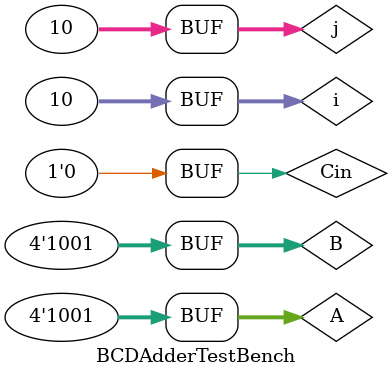
<source format=v>
`timescale 1ns / 1ps



module BCDAdderTestBench();
reg[3:0]A,B;
reg Cin;
wire [3:0]Sum;
wire Cout;
integer i,j;
BCDAdder B11(A,B,Cin,Sum,Cout);
initial
begin
A = 0;
B = 0;
Cin=1'b0;

for(i=0;i<10;i=i+1) begin
for(j=0;j<10;j=j+1) begin
A = i;
B = j;
#10;
end end
end
//initial # $finish;
endmodule


</source>
